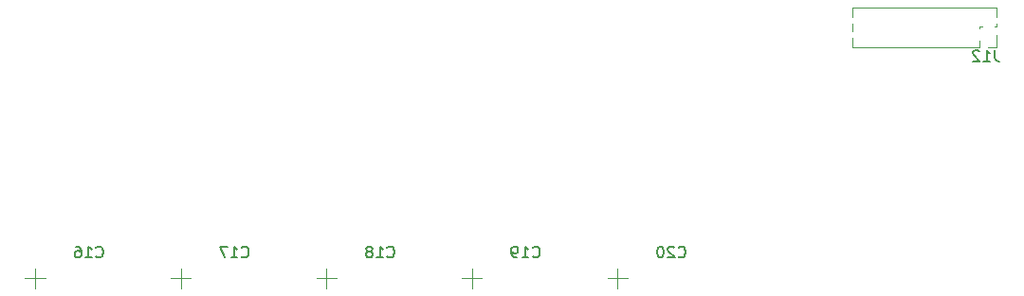
<source format=gbo>
G04 #@! TF.GenerationSoftware,KiCad,Pcbnew,(5.1.6-0-10_14)*
G04 #@! TF.CreationDate,2021-06-29T12:22:49+09:00*
G04 #@! TF.ProjectId,qPCR-root,71504352-2d72-46f6-9f74-2e6b69636164,rev?*
G04 #@! TF.SameCoordinates,Original*
G04 #@! TF.FileFunction,Legend,Bot*
G04 #@! TF.FilePolarity,Positive*
%FSLAX46Y46*%
G04 Gerber Fmt 4.6, Leading zero omitted, Abs format (unit mm)*
G04 Created by KiCad (PCBNEW (5.1.6-0-10_14)) date 2021-06-29 12:22:49*
%MOMM*%
%LPD*%
G01*
G04 APERTURE LIST*
%ADD10C,0.120000*%
%ADD11C,0.150000*%
G04 APERTURE END LIST*
D10*
X146070000Y-51630000D02*
X146070000Y-50500000D01*
X145310000Y-51630000D02*
X146070000Y-51630000D01*
X146005000Y-48922470D02*
X146005000Y-48100000D01*
X146005000Y-49740000D02*
X146005000Y-49537530D01*
X145873471Y-49740000D02*
X146005000Y-49740000D01*
X144603471Y-49740000D02*
X144746529Y-49740000D01*
X144550000Y-49936529D02*
X144550000Y-49793471D01*
X144550000Y-51630000D02*
X144550000Y-51063471D01*
X146005000Y-48100000D02*
X133185000Y-48100000D01*
X144550000Y-51630000D02*
X133185000Y-51630000D01*
X133185000Y-50192470D02*
X133185000Y-49537530D01*
X133185000Y-48922470D02*
X133185000Y-48100000D01*
X133185000Y-51630000D02*
X133185000Y-50807530D01*
X60200000Y-73200000D02*
X60200000Y-71400000D01*
X59300000Y-72300000D02*
X61100000Y-72300000D01*
X73200000Y-73200000D02*
X73200000Y-71400000D01*
X72300000Y-72300000D02*
X74100000Y-72300000D01*
X85300000Y-72300000D02*
X87100000Y-72300000D01*
X86200000Y-73200000D02*
X86200000Y-71400000D01*
X99200000Y-73200000D02*
X99200000Y-71400000D01*
X98300000Y-72300000D02*
X100100000Y-72300000D01*
X111300000Y-72300000D02*
X113100000Y-72300000D01*
X112200000Y-73200000D02*
X112200000Y-71400000D01*
D11*
X145889523Y-51882380D02*
X145889523Y-52596666D01*
X145937142Y-52739523D01*
X146032380Y-52834761D01*
X146175238Y-52882380D01*
X146270476Y-52882380D01*
X144889523Y-52882380D02*
X145460952Y-52882380D01*
X145175238Y-52882380D02*
X145175238Y-51882380D01*
X145270476Y-52025238D01*
X145365714Y-52120476D01*
X145460952Y-52168095D01*
X144508571Y-51977619D02*
X144460952Y-51930000D01*
X144365714Y-51882380D01*
X144127619Y-51882380D01*
X144032380Y-51930000D01*
X143984761Y-51977619D01*
X143937142Y-52072857D01*
X143937142Y-52168095D01*
X143984761Y-52310952D01*
X144556190Y-52882380D01*
X143937142Y-52882380D01*
X65642857Y-70357142D02*
X65690476Y-70404761D01*
X65833333Y-70452380D01*
X65928571Y-70452380D01*
X66071428Y-70404761D01*
X66166666Y-70309523D01*
X66214285Y-70214285D01*
X66261904Y-70023809D01*
X66261904Y-69880952D01*
X66214285Y-69690476D01*
X66166666Y-69595238D01*
X66071428Y-69500000D01*
X65928571Y-69452380D01*
X65833333Y-69452380D01*
X65690476Y-69500000D01*
X65642857Y-69547619D01*
X64690476Y-70452380D02*
X65261904Y-70452380D01*
X64976190Y-70452380D02*
X64976190Y-69452380D01*
X65071428Y-69595238D01*
X65166666Y-69690476D01*
X65261904Y-69738095D01*
X63833333Y-69452380D02*
X64023809Y-69452380D01*
X64119047Y-69500000D01*
X64166666Y-69547619D01*
X64261904Y-69690476D01*
X64309523Y-69880952D01*
X64309523Y-70261904D01*
X64261904Y-70357142D01*
X64214285Y-70404761D01*
X64119047Y-70452380D01*
X63928571Y-70452380D01*
X63833333Y-70404761D01*
X63785714Y-70357142D01*
X63738095Y-70261904D01*
X63738095Y-70023809D01*
X63785714Y-69928571D01*
X63833333Y-69880952D01*
X63928571Y-69833333D01*
X64119047Y-69833333D01*
X64214285Y-69880952D01*
X64261904Y-69928571D01*
X64309523Y-70023809D01*
X78642857Y-70357142D02*
X78690476Y-70404761D01*
X78833333Y-70452380D01*
X78928571Y-70452380D01*
X79071428Y-70404761D01*
X79166666Y-70309523D01*
X79214285Y-70214285D01*
X79261904Y-70023809D01*
X79261904Y-69880952D01*
X79214285Y-69690476D01*
X79166666Y-69595238D01*
X79071428Y-69500000D01*
X78928571Y-69452380D01*
X78833333Y-69452380D01*
X78690476Y-69500000D01*
X78642857Y-69547619D01*
X77690476Y-70452380D02*
X78261904Y-70452380D01*
X77976190Y-70452380D02*
X77976190Y-69452380D01*
X78071428Y-69595238D01*
X78166666Y-69690476D01*
X78261904Y-69738095D01*
X77357142Y-69452380D02*
X76690476Y-69452380D01*
X77119047Y-70452380D01*
X91642857Y-70357142D02*
X91690476Y-70404761D01*
X91833333Y-70452380D01*
X91928571Y-70452380D01*
X92071428Y-70404761D01*
X92166666Y-70309523D01*
X92214285Y-70214285D01*
X92261904Y-70023809D01*
X92261904Y-69880952D01*
X92214285Y-69690476D01*
X92166666Y-69595238D01*
X92071428Y-69500000D01*
X91928571Y-69452380D01*
X91833333Y-69452380D01*
X91690476Y-69500000D01*
X91642857Y-69547619D01*
X90690476Y-70452380D02*
X91261904Y-70452380D01*
X90976190Y-70452380D02*
X90976190Y-69452380D01*
X91071428Y-69595238D01*
X91166666Y-69690476D01*
X91261904Y-69738095D01*
X90119047Y-69880952D02*
X90214285Y-69833333D01*
X90261904Y-69785714D01*
X90309523Y-69690476D01*
X90309523Y-69642857D01*
X90261904Y-69547619D01*
X90214285Y-69500000D01*
X90119047Y-69452380D01*
X89928571Y-69452380D01*
X89833333Y-69500000D01*
X89785714Y-69547619D01*
X89738095Y-69642857D01*
X89738095Y-69690476D01*
X89785714Y-69785714D01*
X89833333Y-69833333D01*
X89928571Y-69880952D01*
X90119047Y-69880952D01*
X90214285Y-69928571D01*
X90261904Y-69976190D01*
X90309523Y-70071428D01*
X90309523Y-70261904D01*
X90261904Y-70357142D01*
X90214285Y-70404761D01*
X90119047Y-70452380D01*
X89928571Y-70452380D01*
X89833333Y-70404761D01*
X89785714Y-70357142D01*
X89738095Y-70261904D01*
X89738095Y-70071428D01*
X89785714Y-69976190D01*
X89833333Y-69928571D01*
X89928571Y-69880952D01*
X104642857Y-70357142D02*
X104690476Y-70404761D01*
X104833333Y-70452380D01*
X104928571Y-70452380D01*
X105071428Y-70404761D01*
X105166666Y-70309523D01*
X105214285Y-70214285D01*
X105261904Y-70023809D01*
X105261904Y-69880952D01*
X105214285Y-69690476D01*
X105166666Y-69595238D01*
X105071428Y-69500000D01*
X104928571Y-69452380D01*
X104833333Y-69452380D01*
X104690476Y-69500000D01*
X104642857Y-69547619D01*
X103690476Y-70452380D02*
X104261904Y-70452380D01*
X103976190Y-70452380D02*
X103976190Y-69452380D01*
X104071428Y-69595238D01*
X104166666Y-69690476D01*
X104261904Y-69738095D01*
X103214285Y-70452380D02*
X103023809Y-70452380D01*
X102928571Y-70404761D01*
X102880952Y-70357142D01*
X102785714Y-70214285D01*
X102738095Y-70023809D01*
X102738095Y-69642857D01*
X102785714Y-69547619D01*
X102833333Y-69500000D01*
X102928571Y-69452380D01*
X103119047Y-69452380D01*
X103214285Y-69500000D01*
X103261904Y-69547619D01*
X103309523Y-69642857D01*
X103309523Y-69880952D01*
X103261904Y-69976190D01*
X103214285Y-70023809D01*
X103119047Y-70071428D01*
X102928571Y-70071428D01*
X102833333Y-70023809D01*
X102785714Y-69976190D01*
X102738095Y-69880952D01*
X117642857Y-70357142D02*
X117690476Y-70404761D01*
X117833333Y-70452380D01*
X117928571Y-70452380D01*
X118071428Y-70404761D01*
X118166666Y-70309523D01*
X118214285Y-70214285D01*
X118261904Y-70023809D01*
X118261904Y-69880952D01*
X118214285Y-69690476D01*
X118166666Y-69595238D01*
X118071428Y-69500000D01*
X117928571Y-69452380D01*
X117833333Y-69452380D01*
X117690476Y-69500000D01*
X117642857Y-69547619D01*
X117261904Y-69547619D02*
X117214285Y-69500000D01*
X117119047Y-69452380D01*
X116880952Y-69452380D01*
X116785714Y-69500000D01*
X116738095Y-69547619D01*
X116690476Y-69642857D01*
X116690476Y-69738095D01*
X116738095Y-69880952D01*
X117309523Y-70452380D01*
X116690476Y-70452380D01*
X116071428Y-69452380D02*
X115976190Y-69452380D01*
X115880952Y-69500000D01*
X115833333Y-69547619D01*
X115785714Y-69642857D01*
X115738095Y-69833333D01*
X115738095Y-70071428D01*
X115785714Y-70261904D01*
X115833333Y-70357142D01*
X115880952Y-70404761D01*
X115976190Y-70452380D01*
X116071428Y-70452380D01*
X116166666Y-70404761D01*
X116214285Y-70357142D01*
X116261904Y-70261904D01*
X116309523Y-70071428D01*
X116309523Y-69833333D01*
X116261904Y-69642857D01*
X116214285Y-69547619D01*
X116166666Y-69500000D01*
X116071428Y-69452380D01*
M02*

</source>
